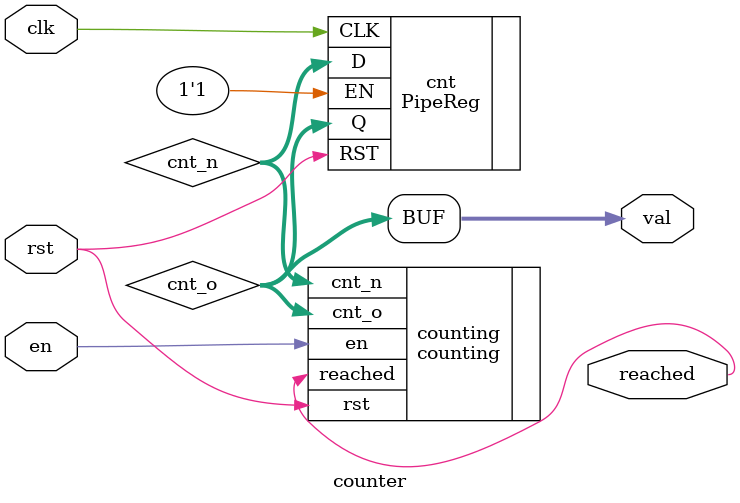
<source format=v>
module counter
(
	input	wire		clk,
	input	wire		rst,
	input	wire		en,
	
	output wire [7:0] val,
	output wire			reached
);

wire [7:0] cnt_o;
wire [7:0] cnt_n;

assign val = cnt_o;

counting counting
(
	.rst	 	(rst),
	.en	 	(en),
	.cnt_o 	(cnt_o),
	.cnt_n 	(cnt_n),
	.reached (reached)
);

PipeReg #(8) cnt
(
	.CLK (clk),
	.RST (rst),
	.EN  (1'b1),
	.D	  (cnt_n),
	.Q   (cnt_o)
);

endmodule

</source>
